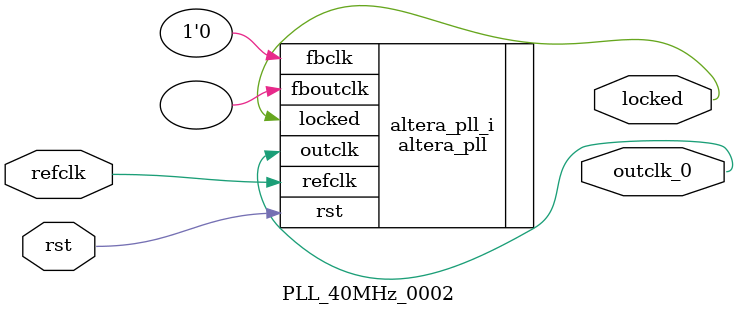
<source format=v>
`timescale 1ns/10ps
module  PLL_40MHz_0002(

	// interface 'refclk'
	input wire refclk,

	// interface 'reset'
	input wire rst,

	// interface 'outclk0'
	output wire outclk_0,

	// interface 'locked'
	output wire locked
);

	altera_pll #(
		.fractional_vco_multiplier("false"),
		.reference_clock_frequency("50.0 MHz"),
		.operation_mode("direct"),
		.number_of_clocks(1),
		.output_clock_frequency0("40.000000 MHz"),
		.phase_shift0("0 ps"),
		.duty_cycle0(50),
		.output_clock_frequency1("0 MHz"),
		.phase_shift1("0 ps"),
		.duty_cycle1(50),
		.output_clock_frequency2("0 MHz"),
		.phase_shift2("0 ps"),
		.duty_cycle2(50),
		.output_clock_frequency3("0 MHz"),
		.phase_shift3("0 ps"),
		.duty_cycle3(50),
		.output_clock_frequency4("0 MHz"),
		.phase_shift4("0 ps"),
		.duty_cycle4(50),
		.output_clock_frequency5("0 MHz"),
		.phase_shift5("0 ps"),
		.duty_cycle5(50),
		.output_clock_frequency6("0 MHz"),
		.phase_shift6("0 ps"),
		.duty_cycle6(50),
		.output_clock_frequency7("0 MHz"),
		.phase_shift7("0 ps"),
		.duty_cycle7(50),
		.output_clock_frequency8("0 MHz"),
		.phase_shift8("0 ps"),
		.duty_cycle8(50),
		.output_clock_frequency9("0 MHz"),
		.phase_shift9("0 ps"),
		.duty_cycle9(50),
		.output_clock_frequency10("0 MHz"),
		.phase_shift10("0 ps"),
		.duty_cycle10(50),
		.output_clock_frequency11("0 MHz"),
		.phase_shift11("0 ps"),
		.duty_cycle11(50),
		.output_clock_frequency12("0 MHz"),
		.phase_shift12("0 ps"),
		.duty_cycle12(50),
		.output_clock_frequency13("0 MHz"),
		.phase_shift13("0 ps"),
		.duty_cycle13(50),
		.output_clock_frequency14("0 MHz"),
		.phase_shift14("0 ps"),
		.duty_cycle14(50),
		.output_clock_frequency15("0 MHz"),
		.phase_shift15("0 ps"),
		.duty_cycle15(50),
		.output_clock_frequency16("0 MHz"),
		.phase_shift16("0 ps"),
		.duty_cycle16(50),
		.output_clock_frequency17("0 MHz"),
		.phase_shift17("0 ps"),
		.duty_cycle17(50),
		.pll_type("General"),
		.pll_subtype("General")
	) altera_pll_i (
		.rst	(rst),
		.outclk	({outclk_0}),
		.locked	(locked),
		.fboutclk	( ),
		.fbclk	(1'b0),
		.refclk	(refclk)
	);
endmodule


</source>
